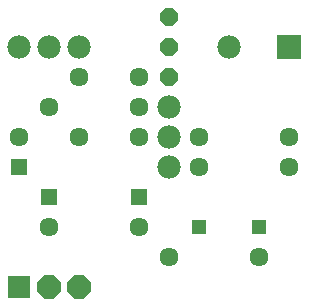
<source format=gbs>
G75*
%MOIN*%
%OFA0B0*%
%FSLAX25Y25*%
%IPPOS*%
%LPD*%
%AMOC8*
5,1,8,0,0,1.08239X$1,22.5*
%
%ADD10C,0.06343*%
%ADD11R,0.05556X0.05556*%
%ADD12R,0.08300X0.08300*%
%ADD13C,0.07800*%
%ADD14OC8,0.07800*%
%ADD15R,0.07800X0.07800*%
%ADD16OC8,0.05950*%
%ADD17R,0.04762X0.04762*%
D10*
X0068318Y0048886D03*
X0098318Y0048886D03*
X0108318Y0038886D03*
X0138318Y0038886D03*
X0148318Y0068886D03*
X0148318Y0078886D03*
X0118318Y0078886D03*
X0118318Y0068886D03*
X0098318Y0078886D03*
X0098318Y0088886D03*
X0098318Y0098886D03*
X0078318Y0098886D03*
X0068318Y0088886D03*
X0078318Y0078886D03*
X0058318Y0078886D03*
D11*
X0058318Y0068886D03*
X0068318Y0058886D03*
X0098318Y0058886D03*
D12*
X0148318Y0108886D03*
D13*
X0128318Y0108886D03*
X0108318Y0088886D03*
X0108318Y0078886D03*
X0108318Y0068886D03*
X0078318Y0108886D03*
X0068318Y0108886D03*
X0058318Y0108886D03*
D14*
X0068318Y0028886D03*
X0078318Y0028886D03*
D15*
X0058318Y0028886D03*
D16*
X0108318Y0098886D03*
X0108318Y0108886D03*
X0108318Y0118886D03*
D17*
X0118318Y0048886D03*
X0138318Y0048886D03*
M02*

</source>
